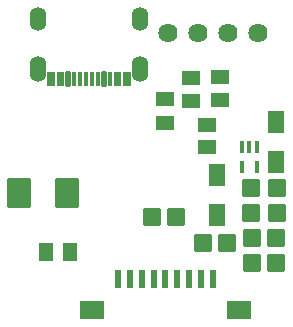
<source format=gbs>
G04 Layer: BottomSolderMaskLayer*
G04 EasyEDA v6.5.33, 2023-07-29 01:37:07*
G04 e2284e44ffa54268a608bda52510a791,d031c0a8eb424844af7c2e53bc7358ee,10*
G04 Gerber Generator version 0.2*
G04 Scale: 100 percent, Rotated: No, Reflected: No *
G04 Dimensions in millimeters *
G04 leading zeros omitted , absolute positions ,4 integer and 5 decimal *
%FSLAX45Y45*%
%MOMM*%

%AMMACRO1*1,1,$1,$2,$3*1,1,$1,$4,$5*1,1,$1,0-$2,0-$3*1,1,$1,0-$4,0-$5*20,1,$1,$2,$3,$4,$5,0*20,1,$1,$4,$5,0-$2,0-$3,0*20,1,$1,0-$2,0-$3,0-$4,0-$5,0*20,1,$1,0-$4,0-$5,$2,$3,0*4,1,4,$2,$3,$4,$5,0-$2,0-$3,0-$4,0-$5,$2,$3,0*%
%ADD10MACRO1,0.1016X0.95X1.2X-0.95X1.2*%
%ADD11MACRO1,0.1016X-0.1575X-0.4175X0.1575X-0.4175*%
%ADD12MACRO1,0.1016X-0.1575X-0.4176X0.1575X-0.4176*%
%ADD13C,1.6256*%
%ADD14MACRO1,0.1016X-0.6885X-0.5663X0.6885X-0.5663*%
%ADD15MACRO1,0.1016X-0.6885X0.5662X0.6885X0.5662*%
%ADD16MACRO1,0.1016X0.5662X-0.6885X0.5662X0.6885*%
%ADD17MACRO1,0.1016X-0.5663X-0.6885X-0.5663X0.6885*%
%ADD18MACRO1,0.1016X0.6885X0.5663X-0.6885X0.5663*%
%ADD19MACRO1,0.1016X0.6885X-0.5662X-0.6885X-0.5662*%
%ADD20MACRO1,0.1X-1X-0.75X1X-0.75*%
%ADD21MACRO1,0.1X-0.2X-0.75X0.2X-0.75*%
%ADD22MACRO1,0.1016X-0.648X-0.8788X0.648X-0.8788*%
%ADD23MACRO1,0.1016X-0.648X0.8788X0.648X0.8788*%
%ADD24MACRO1,0.1016X-0.705X0.675X-0.705X-0.675*%
%ADD25MACRO1,0.1016X0.7051X0.675X0.7051X-0.675*%
%ADD26MACRO1,0.1016X0.705X-0.675X0.705X0.675*%
%ADD27MACRO1,0.1016X-0.705X-0.675X-0.705X0.675*%
%ADD28MACRO1,0.1016X0.705X0.675X0.705X-0.675*%
%ADD29MACRO1,0.1016X0.675X0.705X-0.675X0.705*%
%ADD30MACRO1,0.1016X0.675X-0.705X-0.675X-0.705*%
%ADD31MACRO1,0.1016X-0.675X-0.705X0.675X-0.705*%
%ADD32MACRO1,0.1016X-0.675X0.705X0.675X0.705*%
%ADD33MACRO1,0.1016X-0.15X-0.575X0.15X-0.575*%
%ADD34MACRO1,0.2032X-0.1498X-0.574X0.1498X-0.574*%
%ADD35MACRO1,0.2032X-0.1499X-0.574X0.1499X-0.574*%
%ADD36O,1.4031976X2.0031963999999998*%
%ADD37O,1.4031976X2.2031959999999997*%

%LPD*%
D10*
G01*
X14090966Y6652991D03*
G01*
X14500970Y6652991D03*
D11*
G01*
X15976586Y7042026D03*
G01*
X16041612Y7042026D03*
G01*
X16106608Y7042026D03*
D12*
G01*
X16106608Y6873529D03*
G01*
X15976586Y6873529D03*
D13*
G01*
X16112967Y8007009D03*
G01*
X15858967Y8007009D03*
G01*
X15604967Y8007009D03*
G01*
X15350967Y8007009D03*
D14*
G01*
X15325975Y7444987D03*
D15*
G01*
X15325975Y7244974D03*
D16*
G01*
X14323968Y6151990D03*
D17*
G01*
X14523977Y6151990D03*
D14*
G01*
X15790962Y7630610D03*
D15*
G01*
X15790962Y7437358D03*
D14*
G01*
X15544976Y7626610D03*
D15*
G01*
X15544976Y7433358D03*
D18*
G01*
X15686977Y7037360D03*
D19*
G01*
X15686977Y7230616D03*
D20*
G01*
X15951589Y5662777D03*
G01*
X14711607Y5662775D03*
D21*
G01*
X15731610Y5922777D03*
G01*
X15631613Y5922777D03*
G01*
X15531608Y5922777D03*
G01*
X15431611Y5922777D03*
G01*
X15331612Y5922777D03*
G01*
X15231609Y5922777D03*
G01*
X15131610Y5922777D03*
G01*
X15031606Y5922777D03*
G01*
X14931605Y5922777D03*
D22*
G01*
X16266598Y7251393D03*
D23*
G01*
X16266598Y6914150D03*
D24*
G01*
X16268973Y6061984D03*
D25*
G01*
X16062968Y6061984D03*
D24*
G01*
X16268973Y6271986D03*
D25*
G01*
X16062968Y6271986D03*
D26*
G01*
X15646967Y6230988D03*
D27*
G01*
X15852968Y6230988D03*
D24*
G01*
X15422970Y6451988D03*
D28*
G01*
X15216969Y6451988D03*
D29*
G01*
X16279967Y6485986D03*
D30*
G01*
X16279967Y6691984D03*
D31*
G01*
X16053973Y6691990D03*
D32*
G01*
X16053973Y6485995D03*
D22*
G01*
X15765961Y6800615D03*
D23*
G01*
X15765961Y6463376D03*
D33*
G01*
X14349983Y7613106D03*
G01*
X14379986Y7613106D03*
G01*
X14429983Y7613360D03*
G01*
X14459986Y7613360D03*
D34*
G01*
X14509974Y7612954D03*
D33*
G01*
X14559986Y7612954D03*
G01*
X14609984Y7613106D03*
G01*
X14659984Y7612954D03*
G01*
X14709984Y7613106D03*
G01*
X14759984Y7612954D03*
D35*
G01*
X14809948Y7612954D03*
D33*
G01*
X14859984Y7612954D03*
G01*
X14909982Y7612954D03*
G01*
X14939985Y7612954D03*
G01*
X14989982Y7612954D03*
G01*
X15019985Y7612954D03*
D36*
G01*
X14252978Y8122452D03*
G01*
X15116982Y8122452D03*
D37*
G01*
X15116982Y7704444D03*
G01*
X14252978Y7704444D03*
M02*

</source>
